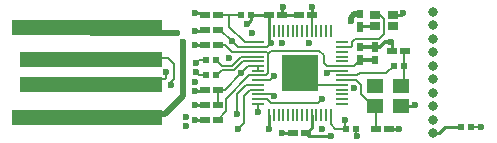
<source format=gtl>
G04 Layer: TopLayer*
G04 EasyEDA v6.5.46, 2025-02-01 21:24:59*
G04 3faa27f7c1044bbbb46ecef337df57e6,286660f9466f4c8aba87c6f7285b94de,10*
G04 Gerber Generator version 0.2*
G04 Scale: 100 percent, Rotated: No, Reflected: No *
G04 Dimensions in millimeters *
G04 leading zeros omitted , absolute positions ,4 integer and 5 decimal *
%FSLAX45Y45*%
%MOMM*%

%AMMACRO1*4,1,4,-6.35,-0.635,-6.35,0.635,6.35,0.635,6.35,-0.635,-6.35,-0.635,0*%
%AMMACRO2*4,1,4,-6.0325,-0.635,-6.0325,0.635,6.0325,0.635,6.0325,-0.635,-6.0325,-0.635,0*%
%AMMACRO3*21,1,$1,$2,0,0,$3*%
%ADD10C,0.2000*%
%ADD11C,0.2540*%
%ADD12C,0.3000*%
%ADD13C,0.5000*%
%ADD14MACRO1*%
%ADD15MACRO2*%
%ADD16MACRO3,0.54X0.5656X-90.0000*%
%ADD17MACRO3,0.54X0.7901X0.0000*%
%ADD18R,0.5400X0.7901*%
%ADD19MACRO3,0.54X0.7901X90.0000*%
%ADD20MACRO3,0.54X0.7901X-90.0000*%
%ADD21MACRO3,0.8X0.65X0.0000*%
%ADD22MACRO3,0.54X0.5656X90.0000*%
%ADD23R,0.2000X1.1000*%
%ADD24R,1.1000X0.2000*%
%ADD25R,3.1000X3.1000*%
%ADD26MACRO3,1.2X1.4X90.0000*%
%ADD27R,1.4000X1.2000*%
%ADD28MACRO3,1.2X1.4X-90.0000*%
%ADD29C,0.8000*%
%ADD30C,0.6000*%
%ADD31C,0.0104*%

%LPD*%
D10*
X520138Y368861D02*
G01*
X419100Y469900D01*
X397509Y469900D01*
X737108Y321563D02*
G01*
X567436Y321563D01*
X520138Y368861D01*
X591718Y596900D02*
G01*
X397408Y596900D01*
X1197508Y596900D02*
G01*
X1192199Y591591D01*
X1192199Y456615D01*
X397408Y-38100D02*
G01*
X397408Y-165100D01*
X737209Y161594D02*
G01*
X737209Y121589D01*
X596077Y100777D02*
G01*
X656843Y161544D01*
X737108Y161544D01*
X397509Y-38100D02*
G01*
X457200Y-38100D01*
X596077Y100777D01*
X1731492Y-173888D02*
G01*
X1736191Y-178587D01*
X1736191Y-368300D01*
X1447190Y321589D02*
G01*
X1524000Y321589D01*
X1536700Y334289D01*
X1536700Y368300D01*
X1562100Y393700D01*
X1765300Y393700D01*
X1803400Y431800D01*
X1803400Y558800D01*
X1771091Y591108D01*
X1728393Y591108D01*
X737207Y41602D02*
G01*
X841702Y41602D01*
X876300Y76200D01*
X558800Y-241300D02*
G01*
X558800Y-76200D01*
X636600Y1600D01*
X737209Y1600D01*
X571500Y-368300D02*
G01*
X622300Y-317500D01*
X622300Y-88900D01*
X672795Y-38404D01*
X737209Y-38404D01*
X737207Y-78407D02*
G01*
X865807Y-78407D01*
X876300Y-88900D01*
X737209Y-158394D02*
G01*
X736600Y-159004D01*
X736600Y-228600D01*
X737108Y-118363D02*
G01*
X816863Y-118363D01*
X850900Y-152400D01*
X1244600Y-152400D01*
X1282700Y-114300D01*
X1984908Y292100D02*
G01*
X1973681Y280873D01*
X1973681Y165100D01*
X1951507Y-3886D02*
G01*
X1973681Y18287D01*
X1973681Y165100D01*
X1447291Y81534D02*
G01*
X1580134Y81534D01*
X1600200Y101600D01*
X1823720Y101600D01*
X1887220Y165100D01*
X1600200Y212191D02*
G01*
X1549603Y161594D01*
X1447190Y161594D01*
X1447190Y121589D02*
G01*
X1340789Y121589D01*
X1320800Y101600D01*
D11*
X1930400Y-368300D02*
G01*
X1845208Y-368300D01*
X203200Y-292100D02*
G01*
X288391Y-292100D01*
X203200Y-165100D02*
G01*
X288391Y-165100D01*
X203200Y-50800D02*
G01*
X275691Y-50800D01*
X288391Y-38100D01*
X203200Y342900D02*
G01*
X288391Y342900D01*
X203200Y457200D02*
G01*
X275691Y457200D01*
X288391Y469900D01*
X203200Y609600D02*
G01*
X275691Y609600D01*
X288391Y596900D01*
X952500Y660400D02*
G01*
X943508Y651408D01*
X943508Y596900D01*
X943508Y596900D02*
G01*
X1088491Y596900D01*
X939800Y-406400D02*
G01*
X1037691Y-406400D01*
X1968500Y609600D02*
G01*
X1950008Y591108D01*
X1878406Y591108D01*
X1866900Y368300D02*
G01*
X1875891Y359308D01*
X1875891Y292100D01*
X2070100Y-165100D02*
G01*
X2061311Y-173888D01*
X1951507Y-173888D01*
D12*
X1727200Y321208D02*
G01*
X1600200Y321208D01*
X1866900Y368300D02*
G01*
X1816100Y368300D01*
X1769109Y321310D01*
X1727200Y321310D01*
X1727200Y212191D02*
G01*
X1600200Y212191D01*
D10*
X1092200Y101600D02*
G01*
X1192199Y1600D01*
X1447190Y1600D01*
D13*
X1600200Y600710D02*
G01*
X1553209Y600710D01*
X1524000Y571500D01*
X1524000Y546100D01*
D10*
X825500Y241300D02*
G01*
X825500Y266700D01*
X810615Y281584D01*
X737209Y281584D01*
D11*
X832104Y456692D02*
G01*
X834390Y596900D01*
X678281Y596900D02*
G01*
X834491Y596900D01*
X1192199Y-253415D02*
G01*
X1192199Y-360908D01*
X1146708Y-406400D01*
X1600200Y491591D02*
G01*
X1609699Y501091D01*
X1728393Y501091D01*
X832205Y-253415D02*
G01*
X832205Y-368300D01*
D10*
X850900Y355600D02*
G01*
X850900Y355594D01*
X816891Y321586D01*
X737207Y321586D01*
D11*
X850900Y355600D02*
G01*
X832210Y374289D01*
X832210Y456618D01*
D10*
X503936Y596900D02*
G01*
X495300Y588263D01*
X495300Y495300D01*
X628904Y361695D01*
X737108Y361695D01*
X397509Y-292100D02*
G01*
X469900Y-219710D01*
X469900Y-114300D01*
X665734Y81534D01*
X737108Y81534D01*
X737108Y241554D02*
G01*
X597154Y241554D01*
X520700Y165100D01*
X436879Y165100D01*
X386079Y215900D01*
D11*
X1358900Y-431800D02*
G01*
X1172108Y-431800D01*
X1146708Y-406400D01*
X647700Y520700D02*
G01*
X678281Y551281D01*
X678281Y596900D01*
X1193800Y660400D02*
G01*
X1197508Y656691D01*
X1197508Y596900D01*
D10*
X1447291Y41655D02*
G01*
X1571243Y41655D01*
X1612900Y0D01*
X1612900Y-76200D01*
X1710690Y-173989D01*
X1731518Y-173989D01*
X737108Y81534D02*
G01*
X805434Y81534D01*
X825500Y101600D01*
X825500Y266700D01*
X850900Y292100D01*
X1257300Y292100D01*
X1295400Y254000D01*
X1295400Y190500D01*
X1324356Y161544D01*
X1447291Y161544D01*
X737108Y281686D02*
G01*
X518413Y281686D01*
X457200Y342900D01*
X397509Y342900D01*
X299720Y215900D02*
G01*
X241300Y215900D01*
X215900Y190500D01*
X215900Y114300D02*
G01*
X241300Y88900D01*
X299720Y88900D01*
X386079Y88900D02*
G01*
X393700Y88900D01*
X431800Y127000D01*
X533400Y127000D01*
X608075Y201676D01*
X737108Y201676D01*
D11*
X2458618Y-355600D02*
G01*
X2324100Y-355600D01*
X2273300Y-406400D01*
X2222500Y-406400D01*
D10*
X1352219Y-253415D02*
G01*
X1352219Y-330200D01*
X1390319Y-368300D01*
X1480718Y-368300D01*
X1480718Y-368300D02*
G01*
X1473200Y-360781D01*
X1473200Y-292100D01*
X2628900Y-355600D02*
G01*
X2545181Y-355600D01*
X1574800Y-431800D02*
G01*
X1567281Y-424281D01*
X1567281Y-368300D01*
D13*
X-12700Y444500D02*
G01*
X50800Y444500D01*
X-711200Y482600D02*
G01*
X-673100Y444500D01*
X-12700Y444500D01*
X101600Y294200D02*
G01*
X101600Y368300D01*
X-711200Y-279400D02*
G01*
X-673100Y-241300D01*
X-50800Y-241300D01*
X101600Y-88900D01*
X101600Y294200D01*
D10*
X-673100Y0D02*
G01*
X-622300Y50800D01*
X-50800Y50800D01*
X-38100Y63500D01*
X-38100Y114300D01*
X-673100Y215900D02*
G01*
X-660400Y228600D01*
X-25400Y228600D01*
X25400Y177800D01*
X25400Y50800D01*
X0Y25400D01*
X0Y0D01*
D14*
G01*
X-711200Y482600D03*
D15*
G01*
X-673100Y215900D03*
G01*
X-673100Y0D03*
D14*
G01*
X-711200Y-279400D03*
D16*
G01*
X1480717Y-368300D03*
G01*
X1567282Y-368300D03*
D17*
G01*
X1600200Y212194D03*
D18*
G01*
X1600200Y321208D03*
D17*
G01*
X1600200Y491594D03*
D18*
G01*
X1600200Y600608D03*
D19*
G01*
X397405Y-165100D03*
G01*
X288394Y-165100D03*
G01*
X397405Y-38100D03*
G01*
X288394Y-38100D03*
G01*
X1197505Y596900D03*
G01*
X1088494Y596900D03*
D20*
G01*
X834494Y596900D03*
G01*
X943505Y596900D03*
D19*
G01*
X1146705Y-406400D03*
G01*
X1037694Y-406400D03*
G01*
X397405Y342900D03*
G01*
X288394Y342900D03*
G01*
X397405Y469900D03*
G01*
X288394Y469900D03*
G01*
X397405Y-292100D03*
G01*
X288394Y-292100D03*
D17*
G01*
X1727200Y321205D03*
D18*
G01*
X1727200Y212191D03*
D20*
G01*
X288394Y596900D03*
G01*
X397405Y596900D03*
G01*
X1736194Y-368300D03*
G01*
X1845205Y-368300D03*
D19*
G01*
X1984905Y292100D03*
G01*
X1875894Y292100D03*
D21*
G01*
X1728398Y591107D03*
G01*
X1728398Y501092D03*
G01*
X1878401Y501092D03*
G01*
X1878401Y591107D03*
D22*
G01*
X678282Y596900D03*
G01*
X591717Y596900D03*
D16*
G01*
X299617Y215900D03*
G01*
X386182Y215900D03*
G01*
X299617Y88900D03*
G01*
X386182Y88900D03*
G01*
X1887117Y165100D03*
G01*
X1973682Y165100D03*
D23*
G01*
X832205Y-253415D03*
G01*
X872210Y-253415D03*
G01*
X912215Y-253415D03*
G01*
X952195Y-253415D03*
G01*
X992200Y-253415D03*
G01*
X1032205Y-253415D03*
G01*
X1072184Y-253415D03*
G01*
X1112215Y-253415D03*
G01*
X1152194Y-253415D03*
G01*
X1192199Y-253415D03*
G01*
X1232204Y-253415D03*
G01*
X1272184Y-253415D03*
G01*
X1312214Y-253415D03*
G01*
X1352219Y-253415D03*
D24*
G01*
X1447190Y-158394D03*
G01*
X1447190Y-118414D03*
G01*
X1447190Y-78409D03*
G01*
X1447190Y-38404D03*
G01*
X1447190Y1600D03*
G01*
X1447190Y41605D03*
G01*
X1447190Y81584D03*
G01*
X1447190Y121589D03*
G01*
X1447190Y161594D03*
G01*
X1447190Y201599D03*
G01*
X1447190Y241604D03*
G01*
X1447190Y281584D03*
G01*
X1447190Y321589D03*
G01*
X1447190Y361594D03*
D23*
G01*
X1352219Y456615D03*
G01*
X1312214Y456615D03*
G01*
X1272184Y456615D03*
G01*
X1232204Y456615D03*
G01*
X1192199Y456615D03*
G01*
X1152194Y456615D03*
G01*
X1112215Y456615D03*
G01*
X1072184Y456615D03*
G01*
X1032205Y456615D03*
G01*
X992200Y456615D03*
G01*
X952195Y456615D03*
G01*
X912215Y456615D03*
G01*
X872210Y456615D03*
G01*
X832205Y456615D03*
D24*
G01*
X737209Y361594D03*
G01*
X737209Y321589D03*
G01*
X737209Y281584D03*
G01*
X737209Y241604D03*
G01*
X737209Y201599D03*
G01*
X737209Y161594D03*
G01*
X737209Y121589D03*
G01*
X737209Y81584D03*
G01*
X737209Y41605D03*
G01*
X737209Y1600D03*
G01*
X737209Y-38404D03*
G01*
X737209Y-78409D03*
G01*
X737209Y-118414D03*
G01*
X737209Y-158394D03*
D25*
G01*
X1092200Y101600D03*
D26*
G01*
X1731500Y-173888D03*
G01*
X1951499Y-173888D03*
D27*
G01*
X1951507Y-3886D03*
D28*
G01*
X1731500Y-3886D03*
D22*
G01*
X2545182Y-355600D03*
G01*
X2458617Y-355600D03*
D29*
G01*
X2222500Y622300D03*
G01*
X2222500Y508000D03*
G01*
X2222500Y-406400D03*
G01*
X2222500Y-292100D03*
G01*
X2222500Y-177800D03*
G01*
X2222500Y-63500D03*
G01*
X2222500Y50800D03*
G01*
X2222500Y165100D03*
G01*
X2222500Y279400D03*
G01*
X2222500Y393700D03*
D30*
G01*
X876300Y76200D03*
G01*
X558800Y-241300D03*
G01*
X571500Y-368300D03*
G01*
X876300Y-88900D03*
G01*
X736600Y-228600D03*
G01*
X1282700Y-114300D03*
G01*
X1320800Y101600D03*
G01*
X1930400Y-368300D03*
G01*
X2070100Y-165100D03*
G01*
X1731492Y-3886D03*
G01*
X1866900Y368300D03*
G01*
X1968500Y609600D03*
G01*
X1524000Y546100D03*
G01*
X952500Y660400D03*
G01*
X685800Y444500D03*
G01*
X203200Y609600D03*
G01*
X203200Y457200D03*
G01*
X203200Y342900D03*
G01*
X203200Y-50800D03*
G01*
X203200Y-165100D03*
G01*
X203200Y-292100D03*
G01*
X939800Y-406400D03*
G01*
X1282700Y-368300D03*
G01*
X1016000Y101600D03*
G01*
X1181100Y101600D03*
G01*
X1168400Y355600D03*
G01*
X832205Y-368300D03*
G01*
X850900Y355600D03*
G01*
X203200Y25400D03*
G01*
X495300Y228600D03*
G01*
X520141Y368858D03*
G01*
X596087Y100787D03*
G01*
X1358900Y-431800D03*
G01*
X647700Y520700D03*
G01*
X1193800Y660400D03*
G01*
X1549400Y-25400D03*
G01*
X1728393Y501091D03*
G01*
X939800Y355600D03*
G01*
X215900Y190500D03*
G01*
X215900Y114300D03*
G01*
X127000Y-266700D03*
G01*
X127000Y-342900D03*
G01*
X1473200Y-292100D03*
G01*
X2628900Y-355600D03*
G01*
X1574800Y-431800D03*
G01*
X50800Y444500D03*
G01*
X-12700Y444500D03*
G01*
X101600Y368300D03*
G01*
X101600Y294208D03*
G01*
X0Y0D03*
G01*
X-38100Y114300D03*
M02*

</source>
